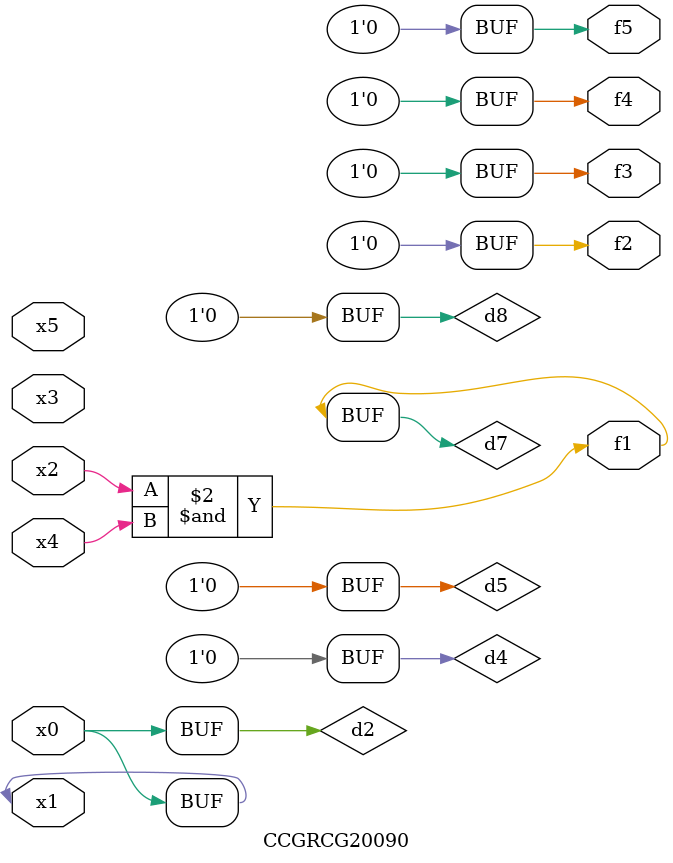
<source format=v>
module CCGRCG20090(
	input x0, x1, x2, x3, x4, x5,
	output f1, f2, f3, f4, f5
);

	wire d1, d2, d3, d4, d5, d6, d7, d8, d9;

	nand (d1, x1);
	buf (d2, x0, x1);
	nand (d3, x2, x4);
	and (d4, d1, d2);
	and (d5, d1, d2);
	nand (d6, d1, d3);
	not (d7, d3);
	xor (d8, d5);
	nor (d9, d5, d6);
	assign f1 = d7;
	assign f2 = d8;
	assign f3 = d8;
	assign f4 = d8;
	assign f5 = d8;
endmodule

</source>
